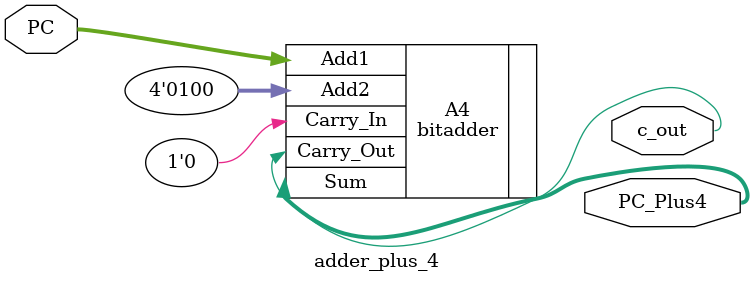
<source format=v>
`timescale 1ns / 1ps


module adder_plus_4(
    input [31:0]PC,
    
    output [31:0] PC_Plus4,
    output c_out
    );
    
    bitadder A4(
    .Add1(PC),
    .Add2(4'H0004),
    .Carry_In(1'b0),
    .Sum(PC_Plus4),
    .Carry_Out(c_out)
    );
endmodule

</source>
